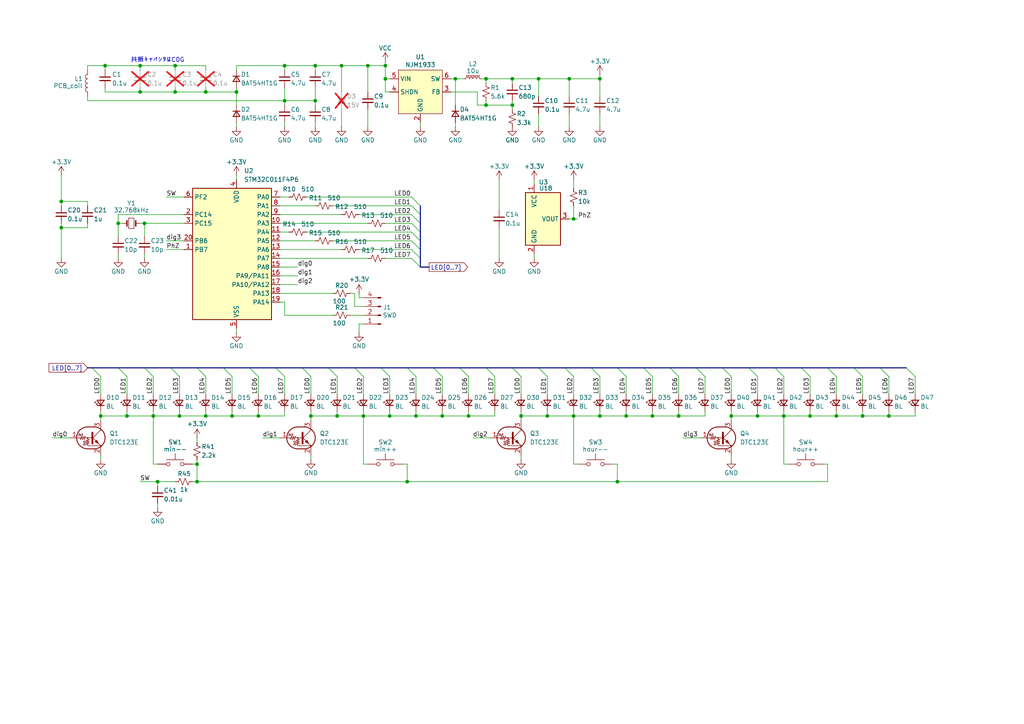
<source format=kicad_sch>
(kicad_sch (version 20231120) (generator "eeschema") (generator_version "8.0")
  (paper "A4")
  (title_block (title "POV") (date "2024-10-07") (rev "v011") (company "EMLauncher"))
  (lib_symbols
    (symbol "Connector:Conn_01x04_Pin" (pin_names (offset 1.016) hide)
      (property "Reference" "J" (at 0 5.08 0))
      (property "Value" "Conn_01x04_Pin" (at 0 -7.62 0))
      (symbol "Conn_01x04_Pin_1_1"
        (pin passive line (at 5.08 2.54 180) (length 3.81) (name "Pin_1") (number "1"))
        (pin passive line (at 5.08 0 180) (length 3.81) (name "Pin_2") (number "2"))
        (pin passive line (at 5.08 -2.54 180) (length 3.81) (name "Pin_3") (number "3"))
        (pin passive line (at 5.08 -5.08 180) (length 3.81) (name "Pin_4") (number "4"))
      )
    )
    (symbol "Device:C_Small" (pin_numbers hide) (pin_names (offset 0.254) hide)
      (property "Reference" "C" (at 0.254 1.778 0))
      (property "Value" "C_Small" (at 0.254 -2.032 0))
      (symbol "C_Small_1_1"
        (pin passive line (at 0 2.54 270) (length 2.032) (name "~") (number "1"))
        (pin passive line (at 0 -2.54 90) (length 2.032) (name "~") (number "2"))
      )
    )
    (symbol "Device:Crystal_Small" (pin_numbers hide) (pin_names (offset 1.016) hide)
      (property "Reference" "Y" (at 0 2.54 0))
      (property "Value" "Crystal_Small" (at 0 -2.54 0))
      (symbol "Crystal_Small_1_1"
        (pin passive line (at -2.54 0 0) (length 1.27) (name "1") (number "1"))
        (pin passive line (at 2.54 0 180) (length 1.27) (name "2") (number "2"))
      )
    )
    (symbol "Device:D_Small" (pin_numbers hide) (pin_names (offset 0.254) hide)
      (property "Reference" "D" (at -1.27 2.032 0))
      (property "Value" "D_Small" (at -3.81 -2.032 0))
      (symbol "D_Small_1_1"
        (pin passive line (at -2.54 0 0) (length 1.778) (name "K") (number "1"))
        (pin passive line (at 2.54 0 180) (length 1.778) (name "A") (number "2"))
      )
    )
    (symbol "Device:D_Zener_Small" (pin_numbers hide) (pin_names (offset 0.254) hide)
      (property "Reference" "D" (at 0 2.286 0))
      (property "Value" "D_Zener_Small" (at 0 -2.286 0))
      (symbol "D_Zener_Small_1_1"
        (pin passive line (at -2.54 0 0) (length 1.778) (name "K") (number "1"))
        (pin passive line (at 2.54 0 180) (length 1.778) (name "A") (number "2"))
      )
    )
    (symbol "Device:L" (pin_numbers hide) (pin_names (offset 1.016) hide)
      (property "Reference" "L" (at -1.27 0 90))
      (property "Value" "L" (at 1.905 0 90))
      (symbol "L_1_1"
        (pin passive line (at 0 3.81 270) (length 1.27) (name "1") (number "1"))
        (pin passive line (at 0 -3.81 90) (length 1.27) (name "2") (number "2"))
      )
    )
    (symbol "Device:LED_Small" (pin_numbers hide) (pin_names (offset 0.254) hide)
      (property "Reference" "D" (at -1.27 3.175 0))
      (property "Value" "LED_Small" (at -4.445 -2.54 0))
      (symbol "LED_Small_1_1"
        (pin passive line (at -2.54 0 0) (length 1.778) (name "K") (number "1"))
        (pin passive line (at 2.54 0 180) (length 1.778) (name "A") (number "2"))
      )
    )
    (symbol "Device:L_Ferrite_Small" (pin_numbers hide) (pin_names (offset 0.254) hide)
      (property "Reference" "L" (at 1.27 1.016 0))
      (property "Value" "L_Ferrite_Small" (at 1.27 -1.27 0))
      (symbol "L_Ferrite_Small_1_1"
        (pin passive line (at 0 2.54 270) (length 0.508) (name "~") (number "1"))
        (pin passive line (at 0 -2.54 90) (length 0.508) (name "~") (number "2"))
      )
    )
    (symbol "Device:R_Small_US" (pin_numbers hide) (pin_names (offset 0.254) hide)
      (property "Reference" "R" (at 0.762 0.508 0))
      (property "Value" "R_Small_US" (at 0.762 -1.016 0))
      (symbol "R_Small_US_1_1"
        (pin passive line (at 0 2.54 270) (length 1.016) (name "~") (number "1"))
        (pin passive line (at 0 -2.54 90) (length 1.016) (name "~") (number "2"))
      )
    )
    (symbol "MCU_ST_STM32C0:STM32C011F4Px"
      (property "Reference" "U" (at -10.16 21.59 0))
      (property "Value" "STM32C011F4Px" (at 5.08 21.59 0))
      (symbol "STM32C011F4Px_1_1"
        (pin bidirectional line (at -12.7 2.54 0) (length 2.54) (name "PB7") (number "1"))
        (pin bidirectional line (at 15.24 10.16 180) (length 2.54) (name "PA3") (number "10"))
        (pin bidirectional line (at 15.24 7.62 180) (length 2.54) (name "PA4") (number "11"))
        (pin bidirectional line (at 15.24 5.08 180) (length 2.54) (name "PA5") (number "12"))
        (pin bidirectional line (at 15.24 2.54 180) (length 2.54) (name "PA6") (number "13"))
        (pin bidirectional line (at 15.24 0 180) (length 2.54) (name "PA7") (number "14"))
        (pin bidirectional line (at 15.24 -2.54 180) (length 2.54) (name "PA8") (number "15"))
        (pin bidirectional line (at 15.24 -5.08 180) (length 2.54) (name "PA9/PA11") (number "16"))
        (pin bidirectional line (at 15.24 -7.62 180) (length 2.54) (name "PA10/PA12") (number "17"))
        (pin bidirectional line (at 15.24 -10.16 180) (length 2.54) (name "PA13") (number "18"))
        (pin bidirectional line (at 15.24 -12.7 180) (length 2.54) (name "PA14") (number "19"))
        (pin bidirectional line (at -12.7 12.7 0) (length 2.54) (name "PC14") (number "2"))
        (pin bidirectional line (at -12.7 5.08 0) (length 2.54) (name "PB6") (number "20"))
        (pin bidirectional line (at -12.7 10.16 0) (length 2.54) (name "PC15") (number "3"))
        (pin power_in line (at 2.54 22.86 270) (length 2.54) (name "VDD") (number "4"))
        (pin power_in line (at 2.54 -20.32 90) (length 2.54) (name "VSS") (number "5"))
        (pin bidirectional line (at -12.7 17.78 0) (length 2.54) (name "PF2") (number "6"))
        (pin bidirectional line (at 15.24 17.78 180) (length 2.54) (name "PA0") (number "7"))
        (pin bidirectional line (at 15.24 15.24 180) (length 2.54) (name "PA1") (number "8"))
        (pin bidirectional line (at 15.24 12.7 180) (length 2.54) (name "PA2") (number "9"))
      )
    )
    (symbol "Sensor_Magnetic:A1301EUA-T"
      (property "Reference" "U" (at 0 11.43 0))
      (property "Value" "A1301EUA-T" (at 0 8.89 0))
      (symbol "A1301EUA-T_1_1"
        (pin power_in line (at -2.54 10.16 270) (length 2.54) (name "VCC") (number "1"))
        (pin power_in line (at -2.54 -10.16 90) (length 2.54) (name "GND") (number "2"))
        (pin output line (at 7.62 0 180) (length 2.54) (name "VOUT") (number "3"))
      )
    )
    (symbol "Switch:SW_Push" (pin_numbers hide) (pin_names (offset 1.016) hide)
      (property "Reference" "SW" (at 1.27 2.54 0))
      (property "Value" "SW_Push" (at 0 -1.524 0))
      (symbol "SW_Push_0_1"
        (pin passive line (at -5.08 0 0) (length 2.54) (name "1") (number "1"))
        (pin passive line (at 5.08 0 180) (length 2.54) (name "2") (number "2"))
      )
    )
    (symbol "Transistor_BJT:DTC123E" (pin_names (offset 0) hide)
      (property "Reference" "Q" (at 5.08 1.905 0))
      (property "Value" "DTC123E" (at 5.08 0 0))
      (symbol "DTC123E_0_0"
        (text "2k2" (at -3.302 0.889 0) (effects (font (size 0.508 0.508))))
        (text "2k2" (at -2.159 -1.524 900) (effects (font (size 0.508 0.508))))
      )
      (symbol "DTC123E_1_1"
        (pin input line (at -6.35 0 0) (length 2.54) (name "B") (number "1"))
        (pin passive line (at 2.54 -5.08 90) (length 2.54) (name "E") (number "2"))
        (pin passive line (at 2.54 5.08 270) (length 2.54) (name "C") (number "3"))
      )
    )
    (symbol "mySymbols:NJW1933"
      (property "Reference" "U" (at 0 9.398 0))
      (property "Value" "NJM1933" (at 0.254 7.366 0))
      (symbol "NJW1933_1_1"
        (pin no_connect line (at -8.89 -3.81 0) (length 2.54) hide (name "NC") (number "1"))
        (pin power_in line (at 0 -8.89 90) (length 2.54) (name "GND") (number "2"))
        (pin input line (at 8.89 0 180) (length 2.54) (name "FB") (number "3"))
        (pin input line (at -8.89 0 0) (length 2.54) (name "SHDN") (number "4"))
        (pin power_in line (at -8.89 3.81 0) (length 2.54) (name "VIN") (number "5"))
        (pin open_emitter line (at 8.89 3.81 180) (length 2.54) (name "SW") (number "6"))
      )
    )
    (symbol "power:+3.3V" (power) (pin_numbers hide) (pin_names (offset 0) hide)
      (property "Value" "+3.3V" (at 0 3.556 0))
      (symbol "+3.3V_1_1"
        (pin power_in line (at 0 0 90) (length 0) (name "~") (number "1"))
      )
    )
    (symbol "power:GND" (power) (pin_numbers hide) (pin_names (offset 0) hide)
      (property "Value" "GND" (at 0 -3.81 0))
      (symbol "GND_1_1"
        (pin power_in line (at 0 0 270) (length 0) (name "~") (number "1"))
      )
    )
    (symbol "power:PWR_FLAG" (power) (pin_numbers hide) (pin_names (offset 0) hide)
      (property "Value" "PWR_FLAG" (at 0 3.81 0))
      (symbol "PWR_FLAG_0_0"
        (pin power_out line (at 0 0 90) (length 0) (name "~") (number "1"))
      )
    )
    (symbol "power:VCC" (power) (pin_numbers hide) (pin_names (offset 0) hide)
      (property "Value" "VCC" (at 0 3.556 0))
      (symbol "VCC_1_1"
        (pin power_in line (at 0 0 90) (length 0) (name "~") (number "1"))
      )
    )
  )
  (junction (at 50.8 26.67))
  (junction (at 158.75 120.65))
  (junction (at 68.58 26.67))
  (junction (at 59.69 120.65))
  (junction (at 50.8 19.05))
  (junction (at 57.15 139.7))
  (junction (at 82.55 19.05))
  (junction (at 250.19 120.65))
  (junction (at 181.61 120.65))
  (junction (at 36.83 120.65))
  (junction (at 106.68 19.05))
  (junction (at 111.76 19.05))
  (junction (at 166.37 120.65))
  (junction (at 128.27 120.65))
  (junction (at 173.99 22.86))
  (junction (at 242.57 120.65))
  (junction (at 219.71 120.65))
  (junction (at 165.1 22.86))
  (junction (at 57.15 134.62))
  (junction (at 99.06 19.05))
  (junction (at 135.89 120.65))
  (junction (at 148.59 22.86))
  (junction (at 30.48 19.05))
  (junction (at 151.13 120.65))
  (junction (at 97.79 120.65))
  (junction (at 82.55 29.21))
  (junction (at 91.44 29.21))
  (junction (at 67.31 120.65))
  (junction (at 52.07 120.65))
  (junction (at 173.99 120.65))
  (junction (at 17.78 58.42))
  (junction (at 234.95 120.65))
  (junction (at 156.21 22.86))
  (junction (at 90.17 120.65))
  (junction (at 148.59 30.48))
  (junction (at 105.41 120.65))
  (junction (at 212.09 120.65))
  (junction (at 40.64 26.67))
  (junction (at 120.65 120.65))
  (junction (at 140.97 22.86))
  (junction (at 41.91 64.77))
  (junction (at 113.03 120.65))
  (junction (at 17.78 66.04))
  (junction (at 227.33 120.65))
  (junction (at 74.93 120.65))
  (junction (at 40.64 19.05))
  (junction (at 257.81 120.65))
  (junction (at 179.07 139.7))
  (junction (at 196.85 120.65))
  (junction (at 44.45 120.65))
  (junction (at 132.08 22.86))
  (junction (at 166.37 63.5))
  (junction (at 118.11 139.7))
  (junction (at 111.76 22.86))
  (junction (at 59.69 26.67))
  (junction (at 140.97 30.48))
  (junction (at 45.72 139.7))
  (junction (at 189.23 120.65))
  (junction (at 29.21 120.65))
  (junction (at 34.29 64.77))
  (junction (at 91.44 19.05))
  (bus_entry (at 240.03 106.68) (size 2.54 2.54))
  (bus_entry (at 224.79 106.68) (size 2.54 2.54))
  (bus_entry (at 64.77 106.68) (size 2.54 2.54))
  (bus_entry (at 255.27 106.68) (size 2.54 2.54))
  (bus_entry (at 41.91 106.68) (size 2.54 2.54))
  (bus_entry (at 179.07 106.68) (size 2.54 2.54))
  (bus_entry (at 102.87 106.68) (size 2.54 2.54))
  (bus_entry (at 133.35 106.68) (size 2.54 2.54))
  (bus_entry (at 72.39 106.68) (size 2.54 2.54))
  (bus_entry (at 186.69 106.68) (size 2.54 2.54))
  (bus_entry (at 118.11 106.68) (size 2.54 2.54))
  (bus_entry (at 87.63 106.68) (size 2.54 2.54))
  (bus_entry (at 49.53 106.68) (size 2.54 2.54))
  (bus_entry (at 125.73 106.68) (size 2.54 2.54))
  (bus_entry (at 34.29 106.68) (size 2.54 2.54))
  (bus_entry (at 148.59 106.68) (size 2.54 2.54))
  (bus_entry (at 232.41 106.68) (size 2.54 2.54))
  (bus_entry (at 194.31 106.68) (size 2.54 2.54))
  (bus_entry (at 119.38 57.15) (size 2.54 2.54))
  (bus_entry (at 110.49 106.68) (size 2.54 2.54))
  (bus_entry (at 262.89 106.68) (size 2.54 2.54))
  (bus_entry (at 247.65 106.68) (size 2.54 2.54))
  (bus_entry (at 156.21 106.68) (size 2.54 2.54))
  (bus_entry (at 95.25 106.68) (size 2.54 2.54))
  (bus_entry (at 119.38 62.23) (size 2.54 2.54))
  (bus_entry (at 209.55 106.68) (size 2.54 2.54))
  (bus_entry (at 119.38 64.77) (size 2.54 2.54))
  (bus_entry (at 119.38 59.69) (size 2.54 2.54))
  (bus_entry (at 119.38 74.93) (size 2.54 2.54))
  (bus_entry (at 57.15 106.68) (size 2.54 2.54))
  (bus_entry (at 201.93 106.68) (size 2.54 2.54))
  (bus_entry (at 26.67 106.68) (size 2.54 2.54))
  (bus_entry (at 140.97 106.68) (size 2.54 2.54))
  (bus_entry (at 171.45 106.68) (size 2.54 2.54))
  (bus_entry (at 80.01 106.68) (size 2.54 2.54))
  (bus_entry (at 119.38 72.39) (size 2.54 2.54))
  (bus_entry (at 119.38 69.85) (size 2.54 2.54))
  (bus_entry (at 119.38 67.31) (size 2.54 2.54))
  (bus_entry (at 217.17 106.68) (size 2.54 2.54))
  (bus_entry (at 163.83 106.68) (size 2.54 2.54))
  (bus (pts (xy 57.15 106.68) (xy 64.77 106.68)))
  (wire (pts (xy 40.64 19.05) (xy 50.8 19.05)))
  (wire (pts (xy 111.76 22.86) (xy 111.76 26.67)))
  (wire (pts (xy 173.99 119.38) (xy 173.99 120.65)))
  (wire (pts (xy 74.93 120.65) (xy 82.55 120.65)))
  (bus (pts (xy 240.03 106.68) (xy 247.65 106.68)))
  (wire (pts (xy 144.78 52.07) (xy 144.78 60.96)))
  (wire (pts (xy 99.06 19.05) (xy 106.68 19.05)))
  (wire (pts (xy 82.55 35.56) (xy 82.55 36.83)))
  (wire (pts (xy 40.64 26.67) (xy 50.8 26.67)))
  (wire (pts (xy 96.52 69.85) (xy 119.38 69.85)))
  (wire (pts (xy 25.4 58.42) (xy 17.78 58.42)))
  (wire (pts (xy 138.43 30.48) (xy 140.97 30.48)))
  (wire (pts (xy 143.51 109.22) (xy 143.51 114.3)))
  (wire (pts (xy 166.37 120.65) (xy 173.99 120.65)))
  (bus (pts (xy 179.07 106.68) (xy 186.69 106.68)))
  (wire (pts (xy 59.69 26.67) (xy 68.58 26.67)))
  (wire (pts (xy 143.51 119.38) (xy 143.51 120.65)))
  (wire (pts (xy 198.12 127) (xy 203.2 127)))
  (wire (pts (xy 105.41 93.98) (xy 104.14 93.98)))
  (wire (pts (xy 82.55 19.05) (xy 82.55 20.32)))
  (wire (pts (xy 82.55 91.44) (xy 82.55 87.63)))
  (wire (pts (xy 50.8 19.05) (xy 59.69 19.05)))
  (bus (pts (xy 163.83 106.68) (xy 171.45 106.68)))
  (bus (pts (xy 125.73 106.68) (xy 133.35 106.68)))
  (wire (pts (xy 17.78 66.04) (xy 17.78 74.93)))
  (wire (pts (xy 30.48 19.05) (xy 30.48 20.32)))
  (wire (pts (xy 132.08 35.56) (xy 132.08 36.83)))
  (wire (pts (xy 35.56 64.77) (xy 34.29 64.77)))
  (wire (pts (xy 25.4 19.05) (xy 25.4 20.32)))
  (wire (pts (xy 120.65 109.22) (xy 120.65 114.3)))
  (wire (pts (xy 81.28 77.47) (xy 86.36 77.47)))
  (wire (pts (xy 212.09 119.38) (xy 212.09 120.65)))
  (bus (pts (xy 110.49 106.68) (xy 118.11 106.68)))
  (wire (pts (xy 30.48 25.4) (xy 30.48 26.67)))
  (wire (pts (xy 97.79 109.22) (xy 97.79 114.3)))
  (wire (pts (xy 113.03 120.65) (xy 120.65 120.65)))
  (wire (pts (xy 181.61 120.65) (xy 189.23 120.65)))
  (wire (pts (xy 151.13 109.22) (xy 151.13 114.3)))
  (wire (pts (xy 204.47 109.22) (xy 204.47 114.3)))
  (bus (pts (xy 121.92 59.69) (xy 121.92 62.23)))
  (wire (pts (xy 120.65 120.65) (xy 128.27 120.65)))
  (wire (pts (xy 90.17 132.08) (xy 90.17 133.35)))
  (wire (pts (xy 59.69 25.4) (xy 59.69 26.67)))
  (wire (pts (xy 148.59 29.21) (xy 148.59 30.48)))
  (wire (pts (xy 166.37 52.07) (xy 166.37 54.61)))
  (wire (pts (xy 81.28 72.39) (xy 99.06 72.39)))
  (bus (pts (xy 232.41 106.68) (xy 240.03 106.68)))
  (wire (pts (xy 196.85 109.22) (xy 196.85 114.3)))
  (wire (pts (xy 90.17 120.65) (xy 90.17 121.92)))
  (wire (pts (xy 166.37 120.65) (xy 166.37 134.62)))
  (wire (pts (xy 118.11 139.7) (xy 57.15 139.7)))
  (wire (pts (xy 41.91 73.66) (xy 41.91 74.93)))
  (wire (pts (xy 227.33 134.62) (xy 228.6 134.62)))
  (wire (pts (xy 90.17 120.65) (xy 97.79 120.65)))
  (wire (pts (xy 189.23 120.65) (xy 196.85 120.65)))
  (wire (pts (xy 116.84 134.62) (xy 118.11 134.62)))
  (wire (pts (xy 53.34 62.23) (xy 34.29 62.23)))
  (wire (pts (xy 189.23 119.38) (xy 189.23 120.65)))
  (wire (pts (xy 41.91 64.77) (xy 53.34 64.77)))
  (wire (pts (xy 81.28 80.01) (xy 86.36 80.01)))
  (wire (pts (xy 48.26 69.85) (xy 53.34 69.85)))
  (wire (pts (xy 250.19 120.65) (xy 257.81 120.65)))
  (wire (pts (xy 82.55 91.44) (xy 96.52 91.44)))
  (wire (pts (xy 212.09 120.65) (xy 219.71 120.65)))
  (wire (pts (xy 91.44 29.21) (xy 91.44 30.48)))
  (bus (pts (xy 209.55 106.68) (xy 217.17 106.68)))
  (wire (pts (xy 68.58 26.67) (xy 68.58 30.48)))
  (bus (pts (xy 121.92 77.47) (xy 124.46 77.47)))
  (wire (pts (xy 204.47 119.38) (xy 204.47 120.65)))
  (wire (pts (xy 74.93 109.22) (xy 74.93 114.3)))
  (bus (pts (xy 26.67 106.68) (xy 34.29 106.68)))
  (wire (pts (xy 166.37 63.5) (xy 165.1 63.5)))
  (wire (pts (xy 57.15 139.7) (xy 57.15 134.62)))
  (wire (pts (xy 67.31 120.65) (xy 74.93 120.65)))
  (bus (pts (xy 121.92 72.39) (xy 121.92 74.93)))
  (wire (pts (xy 111.76 22.86) (xy 113.03 22.86)))
  (wire (pts (xy 177.8 134.62) (xy 179.07 134.62)))
  (wire (pts (xy 15.24 127) (xy 20.32 127)))
  (wire (pts (xy 81.28 62.23) (xy 99.06 62.23)))
  (wire (pts (xy 44.45 134.62) (xy 45.72 134.62)))
  (wire (pts (xy 106.68 19.05) (xy 111.76 19.05)))
  (wire (pts (xy 48.26 57.15) (xy 53.34 57.15)))
  (wire (pts (xy 212.09 109.22) (xy 212.09 114.3)))
  (wire (pts (xy 212.09 120.65) (xy 212.09 121.92)))
  (wire (pts (xy 96.52 59.69) (xy 119.38 59.69)))
  (wire (pts (xy 34.29 73.66) (xy 34.29 74.93)))
  (wire (pts (xy 44.45 120.65) (xy 52.07 120.65)))
  (wire (pts (xy 30.48 19.05) (xy 40.64 19.05)))
  (wire (pts (xy 90.17 119.38) (xy 90.17 120.65)))
  (wire (pts (xy 212.09 132.08) (xy 212.09 133.35)))
  (wire (pts (xy 48.26 72.39) (xy 53.34 72.39)))
  (bus (pts (xy 255.27 106.68) (xy 262.89 106.68)))
  (wire (pts (xy 40.64 139.7) (xy 45.72 139.7)))
  (bus (pts (xy 87.63 106.68) (xy 95.25 106.68)))
  (wire (pts (xy 52.07 120.65) (xy 59.69 120.65)))
  (wire (pts (xy 166.37 109.22) (xy 166.37 114.3)))
  (wire (pts (xy 25.4 29.21) (xy 82.55 29.21)))
  (wire (pts (xy 81.28 69.85) (xy 91.44 69.85)))
  (wire (pts (xy 50.8 26.67) (xy 59.69 26.67)))
  (wire (pts (xy 36.83 109.22) (xy 36.83 114.3)))
  (wire (pts (xy 99.06 19.05) (xy 99.06 26.67)))
  (wire (pts (xy 104.14 86.36) (xy 105.41 86.36)))
  (wire (pts (xy 81.28 85.09) (xy 96.52 85.09)))
  (wire (pts (xy 227.33 120.65) (xy 234.95 120.65)))
  (wire (pts (xy 139.7 22.86) (xy 140.97 22.86)))
  (wire (pts (xy 130.81 26.67) (xy 138.43 26.67)))
  (wire (pts (xy 105.41 120.65) (xy 105.41 134.62)))
  (wire (pts (xy 102.87 88.9) (xy 105.41 88.9)))
  (wire (pts (xy 106.68 31.75) (xy 106.68 36.83)))
  (wire (pts (xy 154.94 73.66) (xy 154.94 74.93)))
  (wire (pts (xy 227.33 109.22) (xy 227.33 114.3)))
  (bus (pts (xy 194.31 106.68) (xy 201.93 106.68)))
  (wire (pts (xy 101.6 91.44) (xy 105.41 91.44)))
  (wire (pts (xy 91.44 19.05) (xy 91.44 20.32)))
  (wire (pts (xy 102.87 85.09) (xy 102.87 88.9)))
  (bus (pts (xy 121.92 64.77) (xy 121.92 67.31)))
  (wire (pts (xy 34.29 64.77) (xy 34.29 68.58)))
  (bus (pts (xy 201.93 106.68) (xy 209.55 106.68)))
  (wire (pts (xy 128.27 119.38) (xy 128.27 120.65)))
  (bus (pts (xy 217.17 106.68) (xy 224.79 106.68)))
  (wire (pts (xy 68.58 50.8) (xy 68.58 52.07)))
  (wire (pts (xy 97.79 120.65) (xy 105.41 120.65)))
  (wire (pts (xy 240.03 134.62) (xy 240.03 139.7)))
  (wire (pts (xy 82.55 119.38) (xy 82.55 120.65)))
  (wire (pts (xy 68.58 20.32) (xy 68.58 19.05)))
  (wire (pts (xy 44.45 120.65) (xy 44.45 134.62)))
  (wire (pts (xy 90.17 109.22) (xy 90.17 114.3)))
  (wire (pts (xy 104.14 85.09) (xy 104.14 86.36)))
  (bus (pts (xy 247.65 106.68) (xy 255.27 106.68)))
  (wire (pts (xy 135.89 119.38) (xy 135.89 120.65)))
  (wire (pts (xy 173.99 22.86) (xy 173.99 27.94)))
  (bus (pts (xy 25.4 106.68) (xy 26.67 106.68)))
  (wire (pts (xy 156.21 22.86) (xy 156.21 27.94)))
  (wire (pts (xy 132.08 22.86) (xy 134.62 22.86)))
  (wire (pts (xy 151.13 120.65) (xy 158.75 120.65)))
  (wire (pts (xy 105.41 109.22) (xy 105.41 114.3)))
  (wire (pts (xy 111.76 19.05) (xy 111.76 22.86)))
  (wire (pts (xy 219.71 119.38) (xy 219.71 120.65)))
  (wire (pts (xy 82.55 29.21) (xy 91.44 29.21)))
  (wire (pts (xy 111.76 74.93) (xy 119.38 74.93)))
  (wire (pts (xy 91.44 19.05) (xy 99.06 19.05)))
  (wire (pts (xy 17.78 58.42) (xy 17.78 59.69)))
  (wire (pts (xy 166.37 134.62) (xy 167.64 134.62)))
  (wire (pts (xy 55.88 139.7) (xy 57.15 139.7)))
  (wire (pts (xy 59.69 19.05) (xy 59.69 20.32)))
  (wire (pts (xy 240.03 139.7) (xy 179.07 139.7)))
  (wire (pts (xy 193.04 -11.43) (xy 193.04 -10.16)))
  (wire (pts (xy 45.72 146.05) (xy 45.72 147.32)))
  (bus (pts (xy 41.91 106.68) (xy 49.53 106.68)))
  (wire (pts (xy 82.55 109.22) (xy 82.55 114.3)))
  (wire (pts (xy 36.83 119.38) (xy 36.83 120.65)))
  (bus (pts (xy 121.92 69.85) (xy 121.92 72.39)))
  (wire (pts (xy 29.21 120.65) (xy 29.21 121.92)))
  (wire (pts (xy 173.99 109.22) (xy 173.99 114.3)))
  (wire (pts (xy 17.78 64.77) (xy 17.78 66.04)))
  (wire (pts (xy 91.44 25.4) (xy 91.44 29.21)))
  (wire (pts (xy 140.97 22.86) (xy 140.97 24.13)))
  (wire (pts (xy 104.14 72.39) (xy 119.38 72.39)))
  (wire (pts (xy 257.81 119.38) (xy 257.81 120.65)))
  (wire (pts (xy 101.6 85.09) (xy 102.87 85.09)))
  (wire (pts (xy 140.97 29.21) (xy 140.97 30.48)))
  (wire (pts (xy 181.61 109.22) (xy 181.61 114.3)))
  (wire (pts (xy 180.34 -11.43) (xy 180.34 -10.16)))
  (wire (pts (xy 242.57 109.22) (xy 242.57 114.3)))
  (wire (pts (xy 156.21 33.02) (xy 156.21 36.83)))
  (wire (pts (xy 265.43 109.22) (xy 265.43 114.3)))
  (wire (pts (xy 128.27 120.65) (xy 135.89 120.65)))
  (wire (pts (xy 88.9 67.31) (xy 119.38 67.31)))
  (wire (pts (xy 148.59 30.48) (xy 148.59 31.75)))
  (bus (pts (xy 121.92 74.93) (xy 121.92 77.47)))
  (bus (pts (xy 34.29 106.68) (xy 41.91 106.68)))
  (wire (pts (xy 36.83 120.65) (xy 44.45 120.65)))
  (wire (pts (xy 67.31 119.38) (xy 67.31 120.65)))
  (wire (pts (xy 81.28 74.93) (xy 106.68 74.93)))
  (bus (pts (xy 148.59 106.68) (xy 156.21 106.68)))
  (wire (pts (xy 91.44 35.56) (xy 91.44 36.83)))
  (wire (pts (xy 82.55 19.05) (xy 91.44 19.05)))
  (wire (pts (xy 151.13 132.08) (xy 151.13 133.35)))
  (wire (pts (xy 40.64 19.05) (xy 40.64 20.32)))
  (wire (pts (xy 219.71 109.22) (xy 219.71 114.3)))
  (wire (pts (xy 113.03 109.22) (xy 113.03 114.3)))
  (wire (pts (xy 189.23 109.22) (xy 189.23 114.3)))
  (wire (pts (xy 166.37 119.38) (xy 166.37 120.65)))
  (wire (pts (xy 68.58 95.25) (xy 68.58 96.52)))
  (wire (pts (xy 41.91 64.77) (xy 41.91 68.58)))
  (wire (pts (xy 113.03 119.38) (xy 113.03 120.65)))
  (wire (pts (xy 52.07 119.38) (xy 52.07 120.65)))
  (wire (pts (xy 44.45 119.38) (xy 44.45 120.65)))
  (wire (pts (xy 82.55 87.63) (xy 81.28 87.63)))
  (wire (pts (xy 234.95 109.22) (xy 234.95 114.3)))
  (wire (pts (xy 29.21 119.38) (xy 29.21 120.65)))
  (wire (pts (xy 30.48 19.05) (xy 25.4 19.05)))
  (wire (pts (xy 135.89 120.65) (xy 143.51 120.65)))
  (wire (pts (xy 81.28 82.55) (xy 86.36 82.55)))
  (wire (pts (xy 179.07 139.7) (xy 179.07 134.62)))
  (wire (pts (xy 158.75 109.22) (xy 158.75 114.3)))
  (bus (pts (xy 224.79 106.68) (xy 232.41 106.68)))
  (bus (pts (xy 80.01 106.68) (xy 87.63 106.68)))
  (wire (pts (xy 68.58 25.4) (xy 68.58 26.67)))
  (bus (pts (xy 49.53 106.68) (xy 57.15 106.68)))
  (wire (pts (xy 257.81 120.65) (xy 265.43 120.65)))
  (wire (pts (xy 50.8 25.4) (xy 50.8 26.67)))
  (wire (pts (xy 30.48 26.67) (xy 40.64 26.67)))
  (wire (pts (xy 165.1 33.02) (xy 165.1 36.83)))
  (wire (pts (xy 166.37 63.5) (xy 167.64 63.5)))
  (bus (pts (xy 171.45 106.68) (xy 179.07 106.68)))
  (wire (pts (xy 81.28 59.69) (xy 91.44 59.69)))
  (wire (pts (xy 111.76 64.77) (xy 119.38 64.77)))
  (wire (pts (xy 148.59 22.86) (xy 156.21 22.86)))
  (wire (pts (xy 29.21 120.65) (xy 36.83 120.65)))
  (wire (pts (xy 250.19 119.38) (xy 250.19 120.65)))
  (wire (pts (xy 111.76 17.78) (xy 111.76 19.05)))
  (wire (pts (xy 173.99 21.59) (xy 173.99 22.86)))
  (wire (pts (xy 140.97 22.86) (xy 148.59 22.86)))
  (wire (pts (xy 81.28 57.15) (xy 83.82 57.15)))
  (wire (pts (xy 151.13 119.38) (xy 151.13 120.65)))
  (wire (pts (xy 104.14 62.23) (xy 119.38 62.23)))
  (wire (pts (xy 250.19 109.22) (xy 250.19 114.3)))
  (wire (pts (xy 50.8 19.05) (xy 50.8 20.32)))
  (wire (pts (xy 105.41 119.38) (xy 105.41 120.65)))
  (bus (pts (xy 121.92 62.23) (xy 121.92 64.77)))
  (wire (pts (xy 238.76 134.62) (xy 240.03 134.62)))
  (bus (pts (xy 95.25 106.68) (xy 102.87 106.68)))
  (wire (pts (xy 34.29 62.23) (xy 34.29 64.77)))
  (wire (pts (xy 144.78 74.93) (xy 144.78 66.04)))
  (wire (pts (xy 154.94 52.07) (xy 154.94 53.34)))
  (wire (pts (xy 40.64 64.77) (xy 41.91 64.77)))
  (wire (pts (xy 25.4 59.69) (xy 25.4 58.42)))
  (wire (pts (xy 25.4 27.94) (xy 25.4 29.21)))
  (wire (pts (xy 173.99 120.65) (xy 181.61 120.65)))
  (wire (pts (xy 111.76 26.67) (xy 113.03 26.67)))
  (wire (pts (xy 29.21 132.08) (xy 29.21 133.35)))
  (wire (pts (xy 55.88 134.62) (xy 57.15 134.62)))
  (bus (pts (xy 186.69 106.68) (xy 194.31 106.68)))
  (bus (pts (xy 72.39 106.68) (xy 80.01 106.68)))
  (bus (pts (xy 156.21 106.68) (xy 163.83 106.68)))
  (wire (pts (xy 227.33 120.65) (xy 227.33 134.62)))
  (wire (pts (xy 52.07 109.22) (xy 52.07 114.3)))
  (wire (pts (xy 105.41 134.62) (xy 106.68 134.62)))
  (wire (pts (xy 186.69 -11.43) (xy 186.69 -10.16)))
  (wire (pts (xy 82.55 29.21) (xy 82.55 30.48)))
  (bus (pts (xy 121.92 67.31) (xy 121.92 69.85)))
  (wire (pts (xy 81.28 67.31) (xy 83.82 67.31)))
  (wire (pts (xy 17.78 50.8) (xy 17.78 58.42)))
  (wire (pts (xy 135.89 109.22) (xy 135.89 114.3)))
  (wire (pts (xy 265.43 119.38) (xy 265.43 120.65)))
  (wire (pts (xy 99.06 31.75) (xy 99.06 36.83)))
  (wire (pts (xy 45.72 139.7) (xy 45.72 140.97)))
  (wire (pts (xy 257.81 109.22) (xy 257.81 114.3)))
  (wire (pts (xy 234.95 119.38) (xy 234.95 120.65)))
  (wire (pts (xy 120.65 119.38) (xy 120.65 120.65)))
  (wire (pts (xy 29.21 109.22) (xy 29.21 114.3)))
  (wire (pts (xy 59.69 109.22) (xy 59.69 114.3)))
  (wire (pts (xy 25.4 66.04) (xy 25.4 64.77)))
  (wire (pts (xy 242.57 119.38) (xy 242.57 120.65)))
  (wire (pts (xy 67.31 109.22) (xy 67.31 114.3)))
  (wire (pts (xy 76.2 127) (xy 81.28 127)))
  (wire (pts (xy 59.69 120.65) (xy 67.31 120.65)))
  (wire (pts (xy 151.13 120.65) (xy 151.13 121.92)))
  (wire (pts (xy 44.45 109.22) (xy 44.45 114.3)))
  (wire (pts (xy 158.75 119.38) (xy 158.75 120.65)))
  (wire (pts (xy 219.71 120.65) (xy 227.33 120.65)))
  (wire (pts (xy 17.78 66.04) (xy 25.4 66.04)))
  (wire (pts (xy 242.57 120.65) (xy 250.19 120.65)))
  (wire (pts (xy 156.21 22.86) (xy 165.1 22.86)))
  (wire (pts (xy 148.59 30.48) (xy 140.97 30.48)))
  (bus (pts (xy 102.87 106.68) (xy 110.49 106.68)))
  (wire (pts (xy 40.64 25.4) (xy 40.64 26.67)))
  (wire (pts (xy 179.07 139.7) (xy 118.11 139.7)))
  (wire (pts (xy 68.58 19.05) (xy 82.55 19.05)))
  (wire (pts (xy 74.93 119.38) (xy 74.93 120.65)))
  (wire (pts (xy 57.15 127) (xy 57.15 128.27)))
  (wire (pts (xy 68.58 35.56) (xy 68.58 36.83)))
  (wire (pts (xy 132.08 22.86) (xy 132.08 30.48)))
  (wire (pts (xy 227.33 119.38) (xy 227.33 120.65)))
  (wire (pts (xy 138.43 26.67) (xy 138.43 30.48)))
  (wire (pts (xy 88.9 57.15) (xy 119.38 57.15)))
  (wire (pts (xy 196.85 120.65) (xy 204.47 120.65)))
  (wire (pts (xy 181.61 119.38) (xy 181.61 120.65)))
  (wire (pts (xy 97.79 119.38) (xy 97.79 120.65)))
  (wire (pts (xy 118.11 139.7) (xy 118.11 134.62)))
  (wire (pts (xy 166.37 59.69) (xy 166.37 63.5)))
  (wire (pts (xy 173.99 33.02) (xy 173.99 36.83)))
  (wire (pts (xy 45.72 139.7) (xy 50.8 139.7)))
  (wire (pts (xy 57.15 133.35) (xy 57.15 134.62)))
  (wire (pts (xy 59.69 119.38) (xy 59.69 120.65)))
  (wire (pts (xy 82.55 29.21) (xy 82.55 25.4)))
  (wire (pts (xy 81.28 64.77) (xy 106.68 64.77)))
  (wire (pts (xy 137.16 127) (xy 142.24 127)))
  (wire (pts (xy 105.41 120.65) (xy 113.03 120.65)))
  (wire (pts (xy 121.92 35.56) (xy 121.92 36.83)))
  (wire (pts (xy 106.68 19.05) (xy 106.68 26.67)))
  (wire (pts (xy 104.14 93.98) (xy 104.14 96.52)))
  (wire (pts (xy 165.1 22.86) (xy 173.99 22.86)))
  (wire (pts (xy 165.1 22.86) (xy 165.1 27.94)))
  (wire (pts (xy 130.81 22.86) (xy 132.08 22.86)))
  (wire (pts (xy 234.95 120.65) (xy 242.57 120.65)))
  (wire (pts (xy 128.27 109.22) (xy 128.27 114.3)))
  (bus (pts (xy 118.11 106.68) (xy 125.73 106.68)))
  (wire (pts (xy 158.75 120.65) (xy 166.37 120.65)))
  (wire (pts (xy 148.59 22.86) (xy 148.59 24.13)))
  (wire (pts (xy 196.85 119.38) (xy 196.85 120.65)))
  (bus (pts (xy 140.97 106.68) (xy 148.59 106.68)))
  (bus (pts (xy 133.35 106.68) (xy 140.97 106.68)))
  (bus (pts (xy 64.77 106.68) (xy 72.39 106.68)))
  (text "共振キャパシタはC0G" (at 45.72 17.526 0) (effects (font (size 1.27 1.27))))
  (label "LED2" (at 166.37 114.3 90))
  (label "dig2" (at 137.16 127 0))
  (label "LED4" (at 242.57 114.3 90))
  (label "LED7" (at 204.47 114.3 90))
  (label "LED1" (at 158.75 114.3 90))
  (label "LED0" (at 90.17 114.3 90))
  (label "LED6" (at 257.81 114.3 90))
  (label "dig1" (at 86.36 80.01 0))
  (label "dig2" (at 86.36 82.55 0))
  (label "LED5" (at 250.19 114.3 90))
  (label "SW" (at 48.26 57.15 0))
  (label "LED3" (at 114.3 64.77 0))
  (label "LED2" (at 227.33 114.3 90))
  (label "LED7" (at 114.3 74.93 0))
  (label "LED1" (at 36.83 114.3 90))
  (label "LED7" (at 82.55 114.3 90))
  (label "LED5" (at 128.27 114.3 90))
  (label "PhZ" (at 167.64 63.5 0))
  (label "dig3" (at 198.12 127 0))
  (label "LED0" (at 212.09 114.3 90))
  (label "LED6" (at 135.89 114.3 90))
  (label "LED4" (at 114.3 67.31 0))
  (label "LED0" (at 151.13 114.3 90))
  (label "LED7" (at 265.43 114.3 90))
  (label "LED6" (at 114.3 72.39 0))
  (label "dig1" (at 76.2 127 0))
  (label "LED3" (at 52.07 114.3 90))
  (label "LED4" (at 120.65 114.3 90))
  (label "LED5" (at 67.31 114.3 90))
  (label "PhZ" (at 48.26 72.39 0))
  (label "LED1" (at 97.79 114.3 90))
  (label "LED0" (at 114.3 57.15 0))
  (label "LED0" (at 29.21 114.3 90))
  (label "LED4" (at 59.69 114.3 90))
  (label "dig0" (at 86.36 77.47 0))
  (label "LED3" (at 234.95 114.3 90))
  (label "LED2" (at 105.41 114.3 90))
  (label "LED6" (at 196.85 114.3 90))
  (label "dig3" (at 48.26 69.85 0))
  (label "LED5" (at 189.23 114.3 90))
  (label "LED1" (at 219.71 114.3 90))
  (label "SW" (at 40.64 139.7 0))
  (label "LED2" (at 114.3 62.23 0))
  (label "LED3" (at 113.03 114.3 90))
  (label "LED2" (at 44.45 114.3 90))
  (label "LED3" (at 173.99 114.3 90))
  (label "LED7" (at 143.51 114.3 90))
  (label "dig0" (at 15.24 127 0))
  (label "LED6" (at 74.93 114.3 90))
  (label "LED5" (at 114.3 69.85 0))
  (label "LED4" (at 181.61 114.3 90))
  (label "LED1" (at 114.3 59.69 0))
  (global_label "LED[0..7]" (shape input) (at 25.4 106.68 180) (property "Intersheetrefs" "${INTERSHEET_REFS}" (effects (hide yes))))
  (global_label "LED[0..7]" (shape output) (at 124.46 77.47 0) (property "Intersheetrefs" "${INTERSHEET_REFS}" (effects (hide yes))))
  (symbol (lib_id "Transistor_BJT:DTC123E") (at 209.55 127 0) (unit 1)
    (property "Reference" "Q4" (at 214.63 125.7299 0) (effects (justify left)))
    (property "Value" "DTC123E" (at 214.63 128.2699 0) (effects (justify left)))
    (property "Footprint" "Package_TO_SOT_SMD:SOT-323_SC-70" (effects (hide yes)))
    (property "Description" "Digital NPN Transistor, 2k2/2k2, SOT-23" (effects (hide yes)))
  )
  (symbol (lib_id "Connector:Conn_01x04_Pin") (at 110.49 91.44 180) (unit 1)
    (property "Reference" "J1" (at 112.268 89.154 0))
    (property "Value" "SWD" (at 113.03 91.44 0))
    (property "Footprint" "Connector_PinHeader_2.54mm:PinHeader_1x04_P2.54mm_Vertical" (effects (hide yes)))
    (property "Description" "Generic connector, single row, 01x04, script generated" (effects (hide yes)))
  )
  (symbol (lib_id "power:GND") (at 29.21 133.35 0) (unit 1)
    (property "Reference" "#PWR015" (effects (hide yes)))
    (property "Value" "GND" (at 29.21 137.16 0))
    (property "Description" "Power symbol creates a global label with name \"GND\" , ground" (effects (hide yes)))
  )
  (symbol (lib_id "Device:LED_Small") (at 59.69 116.84 90) (unit 1)
    (property "Reference" "D14" (at 61.214 115.316 90) (effects (justify right)))
    (property "Value" "BL" (at 61.214 117.856 90) (effects (justify right)))
    (property "Footprint" "Diode_SMD:D_0603_1608Metric" (effects (hide yes)))
    (property "Description" "Light emitting diode, small symbol" (effects (hide yes)))
  )
  (symbol (lib_id "power:GND") (at 17.78 74.93 0) (unit 1)
    (property "Reference" "#PWR025" (effects (hide yes)))
    (property "Value" "GND" (at 17.78 78.74 0))
    (property "Description" "Power symbol creates a global label with name \"GND\" , ground" (effects (hide yes)))
  )
  (symbol (lib_id "Device:C_Small") (at 106.68 29.21 0) (unit 1)
    (property "Reference" "C9" (at 108.458 27.94 0) (effects (justify left)))
    (property "Value" "0.1u" (at 108.458 30.48 0) (effects (justify left)))
    (property "Footprint" "Capacitor_SMD:C_0603_1608Metric" (effects (hide yes)))
    (property "Description" "Unpolarized capacitor, small symbol" (effects (hide yes)))
  )
  (symbol (lib_id "Device:LED_Small") (at 128.27 116.84 90) (unit 1)
    (property "Reference" "D25" (at 129.794 115.316 90) (effects (justify right)))
    (property "Value" "BL" (at 129.794 117.856 90) (effects (justify right)))
    (property "Footprint" "Diode_SMD:D_0603_1608Metric" (effects (hide yes)))
    (property "Description" "Light emitting diode, small symbol" (effects (hide yes)))
  )
  (symbol (lib_id "power:+3.3V") (at 144.78 52.07 0) (unit 1)
    (property "Reference" "#PWR032" (effects (hide yes)))
    (property "Value" "+3.3V" (at 144.78 48.26 0))
    (property "Description" "Power symbol creates a global label with name \"+3.3V\"" (effects (hide yes)))
  )
  (symbol (lib_id "Device:R_Small_US") (at 57.15 130.81 0) (unit 1)
    (property "Reference" "R41" (at 58.42 129.54 0) (effects (justify left)))
    (property "Value" "2.2k" (at 58.42 132.08 0) (effects (justify left)))
    (property "Footprint" "Resistor_SMD:R_0603_1608Metric" (effects (hide yes)))
    (property "Description" "Resistor, small US symbol" (effects (hide yes)))
  )
  (symbol (lib_id "Device:R_Small_US") (at 99.06 91.44 90) (unit 1)
    (property "Reference" "R21" (at 101.092 89.154 90) (effects (justify left)))
    (property "Value" "100" (at 100.33 93.726 90) (effects (justify left)))
    (property "Footprint" "Resistor_SMD:R_0603_1608Metric" (effects (hide yes)))
    (property "Description" "Resistor, small US symbol" (effects (hide yes)))
  )
  (symbol (lib_id "Device:R_Small_US") (at 101.6 72.39 90) (unit 1)
    (property "Reference" "R16" (at 101.092 70.104 90) (effects (justify left)))
    (property "Value" "510" (at 106.426 70.104 90) (effects (justify left)))
    (property "Footprint" "Resistor_SMD:R_0603_1608Metric" (effects (hide yes)))
    (property "Description" "Resistor, small US symbol" (effects (hide yes)))
  )
  (symbol (lib_id "Device:LED_Small") (at 265.43 116.84 90) (unit 1)
    (property "Reference" "D47" (at 266.954 115.316 90) (effects (justify right)))
    (property "Value" "BL" (at 266.954 117.856 90) (effects (justify right)))
    (property "Footprint" "Diode_SMD:D_0603_1608Metric" (effects (hide yes)))
    (property "Description" "Light emitting diode, small symbol" (effects (hide yes)))
  )
  (symbol (lib_id "Device:C_Small") (at 82.55 33.02 0) (unit 1)
    (property "Reference" "C6" (at 84.328 31.75 0) (effects (justify left)))
    (property "Value" "4.7u" (at 84.328 34.29 0) (effects (justify left)))
    (property "Footprint" "Capacitor_SMD:C_0603_1608Metric" (effects (hide yes)))
    (property "Description" "Unpolarized capacitor, small symbol" (effects (hide yes)))
  )
  (symbol (lib_id "Device:L") (at 25.4 24.13 180) (unit 1)
    (property "Reference" "L1" (at 21.59 22.86 0) (effects (justify right)))
    (property "Value" "PCB_coil" (at 15.494 24.892 0) (effects (justify right)))
    (property "Footprint" "myFootPrints:PCB_Coil_R15_L2T12" (effects (hide yes)))
    (property "Description" "Inductor" (effects (hide yes)))
  )
  (symbol (lib_id "Device:R_Small_US") (at 93.98 59.69 90) (unit 1)
    (property "Reference" "R11" (at 93.472 57.404 90) (effects (justify left)))
    (property "Value" "510" (at 98.806 57.404 90) (effects (justify left)))
    (property "Footprint" "Resistor_SMD:R_0603_1608Metric" (effects (hide yes)))
    (property "Description" "Resistor, small US symbol" (effects (hide yes)))
  )
  (symbol (lib_id "MCU_ST_STM32C0:STM32C011F4Px") (at 66.04 74.93 0) (unit 1)
    (property "Reference" "U2" (at 70.7741 49.53 0) (effects (justify left)))
    (property "Value" "STM32C011F4P6" (at 70.7741 52.07 0) (effects (justify left)))
    (property "Footprint" "Package_SO:TSSOP-20_4.4x6.5mm_P0.65mm" (effects (hide yes)))
    (property "Datasheet" "https://www.st.com/resource/en/datasheet/stm32c011f4.pdf" (effects (hide yes)))
    (property "Description" "STMicroelectronics Arm Cortex-M0+ MCU, 16KB flash, 6KB RAM, 48 MHz, 2.0-3.6V, 18 GPIO, TSSOP20" (effects (hide yes)))
  )
  (symbol (lib_id "Device:LED_Small") (at 143.51 116.84 90) (unit 1)
    (property "Reference" "D27" (at 145.034 115.316 90) (effects (justify right)))
    (property "Value" "BL" (at 145.034 117.856 90) (effects (justify right)))
    (property "Footprint" "Diode_SMD:D_0603_1608Metric" (effects (hide yes)))
    (property "Description" "Light emitting diode, small symbol" (effects (hide yes)))
  )
  (symbol (lib_id "power:GND") (at 104.14 96.52 0) (unit 1)
    (property "Reference" "#PWR014" (effects (hide yes)))
    (property "Value" "GND" (at 104.14 100.33 0))
    (property "Description" "Power symbol creates a global label with name \"GND\" , ground" (effects (hide yes)))
  )
  (symbol (lib_id "power:GND") (at 99.06 36.83 0) (unit 1)
    (property "Reference" "#PWR05" (effects (hide yes)))
    (property "Value" "GND" (at 99.06 40.64 0))
    (property "Description" "Power symbol creates a global label with name \"GND\" , ground" (effects (hide yes)))
  )
  (symbol (lib_id "Device:LED_Small") (at 120.65 116.84 90) (unit 1)
    (property "Reference" "D24" (at 122.174 115.316 90) (effects (justify right)))
    (property "Value" "BL" (at 122.174 117.856 90) (effects (justify right)))
    (property "Footprint" "Diode_SMD:D_0603_1608Metric" (effects (hide yes)))
    (property "Description" "Light emitting diode, small symbol" (effects (hide yes)))
  )
  (symbol (lib_id "Device:R_Small_US") (at 53.34 139.7 90) (unit 1)
    (property "Reference" "R45" (at 55.372 137.414 90) (effects (justify left)))
    (property "Value" "1k" (at 54.61 141.986 90) (effects (justify left)))
    (property "Footprint" "Resistor_SMD:R_0603_1608Metric" (effects (hide yes)))
    (property "Description" "Resistor, small US symbol" (effects (hide yes)))
  )
  (symbol (lib_id "Device:R_Small_US") (at 166.37 57.15 0) (unit 1)
    (property "Reference" "R3" (at 167.64 55.88 0) (effects (justify left)))
    (property "Value" "10k" (at 167.64 58.42 0) (effects (justify left)))
    (property "Footprint" "Resistor_SMD:R_0603_1608Metric" (effects (hide yes)))
    (property "Description" "Resistor, small US symbol" (effects (hide yes)))
  )
  (symbol (lib_id "power:GND") (at 68.58 36.83 0) (unit 1)
    (property "Reference" "#PWR01" (effects (hide yes)))
    (property "Value" "GND" (at 68.58 40.64 0))
    (property "Description" "Power symbol creates a global label with name \"GND\" , ground" (effects (hide yes)))
  )
  (symbol (lib_id "Device:C_Small") (at 50.8 22.86 0) (unit 1) (dnp yes)
    (property "Reference" "C3" (at 52.832 21.59 0) (effects (justify left)))
    (property "Value" "0.1u" (at 52.832 24.13 0) (effects (justify left)))
    (property "Footprint" "Capacitor_SMD:C_1206_3216Metric" (effects (hide yes)))
    (property "Description" "Unpolarized capacitor, small symbol" (effects (hide yes)))
  )
  (symbol (lib_id "Device:R_Small_US") (at 86.36 57.15 90) (unit 1)
    (property "Reference" "R10" (at 85.852 54.864 90) (effects (justify left)))
    (property "Value" "510" (at 91.186 54.864 90) (effects (justify left)))
    (property "Footprint" "Resistor_SMD:R_0603_1608Metric" (effects (hide yes)))
    (property "Description" "Resistor, small US symbol" (effects (hide yes)))
  )
  (symbol (lib_id "Device:LED_Small") (at 151.13 116.84 90) (unit 1)
    (property "Reference" "D30" (at 152.654 115.316 90) (effects (justify right)))
    (property "Value" "BL" (at 152.654 117.856 90) (effects (justify right)))
    (property "Footprint" "Diode_SMD:D_0603_1608Metric" (effects (hide yes)))
    (property "Description" "Light emitting diode, small symbol" (effects (hide yes)))
  )
  (symbol (lib_id "Device:R_Small_US") (at 148.59 34.29 0) (unit 1)
    (property "Reference" "R2" (at 149.86 33.02 0) (effects (justify left)))
    (property "Value" "3.3k" (at 149.86 35.56 0) (effects (justify left)))
    (property "Footprint" "Resistor_SMD:R_0603_1608Metric" (effects (hide yes)))
    (property "Description" "Resistor, small US symbol" (effects (hide yes)))
  )
  (symbol (lib_id "Device:D_Small") (at 68.58 33.02 270) (unit 1)
    (property "Reference" "D2" (at 69.85 31.75 90) (effects (justify left)))
    (property "Value" "BAT54HT1G" (at 69.85 34.29 90) (effects (justify left)))
    (property "Footprint" "Diode_SMD:D_SOD-323" (effects (hide yes)))
    (property "Description" "Diode, small symbol" (effects (hide yes)))
    (property "Sim.Device" "D" (effects (hide yes)))
    (property "Sim.Pins" "1=K 2=A" (effects (hide yes)))
  )
  (symbol (lib_id "Device:C_Small") (at 91.44 33.02 0) (unit 1)
    (property "Reference" "C8" (at 93.218 31.75 0) (effects (justify left)))
    (property "Value" "4.7u" (at 93.218 34.29 0) (effects (justify left)))
    (property "Footprint" "Capacitor_SMD:C_0603_1608Metric" (effects (hide yes)))
    (property "Description" "Unpolarized capacitor, small symbol" (effects (hide yes)))
  )
  (symbol (lib_id "Device:C_Small") (at 59.69 22.86 0) (unit 1) (dnp yes)
    (property "Reference" "C4" (at 61.722 21.59 0) (effects (justify left)))
    (property "Value" "0.1u" (at 61.722 24.13 0) (effects (justify left)))
    (property "Footprint" "Capacitor_SMD:C_1206_3216Metric" (effects (hide yes)))
    (property "Description" "Unpolarized capacitor, small symbol" (effects (hide yes)))
  )
  (symbol (lib_id "power:GND") (at 41.91 74.93 0) (unit 1)
    (property "Reference" "#PWR022" (effects (hide yes)))
    (property "Value" "GND" (at 41.91 78.74 0))
    (property "Description" "Power symbol creates a global label with name \"GND\" , ground" (effects (hide yes)))
  )
  (symbol (lib_id "power:+3.3V") (at 173.99 21.59 0) (unit 1)
    (property "Reference" "#PWR09" (effects (hide yes)))
    (property "Value" "+3.3V" (at 173.99 17.78 0))
    (property "Description" "Power symbol creates a global label with name \"+3.3V\"" (effects (hide yes)))
  )
  (symbol (lib_id "Device:C_Small") (at 40.64 22.86 0) (unit 1) (dnp yes)
    (property "Reference" "C2" (at 42.672 21.59 0) (effects (justify left)))
    (property "Value" "0.1u" (at 42.672 24.13 0) (effects (justify left)))
    (property "Footprint" "Capacitor_SMD:C_1206_3216Metric" (effects (hide yes)))
    (property "Description" "Unpolarized capacitor, small symbol" (effects (hide yes)))
  )
  (symbol (lib_id "Device:LED_Small") (at 173.99 116.84 90) (unit 1)
    (property "Reference" "D33" (at 175.514 115.316 90) (effects (justify right)))
    (property "Value" "BL" (at 175.514 117.856 90) (effects (justify right)))
    (property "Footprint" "Diode_SMD:D_0603_1608Metric" (effects (hide yes)))
    (property "Description" "Light emitting diode, small symbol" (effects (hide yes)))
  )
  (symbol (lib_id "Transistor_BJT:DTC123E") (at 148.59 127 0) (unit 1)
    (property "Reference" "Q3" (at 153.67 125.7299 0) (effects (justify left)))
    (property "Value" "DTC123E" (at 153.67 128.2699 0) (effects (justify left)))
    (property "Footprint" "Package_TO_SOT_SMD:SOT-323_SC-70" (effects (hide yes)))
    (property "Description" "Digital NPN Transistor, 2k2/2k2, SOT-23" (effects (hide yes)))
  )
  (symbol (lib_id "power:GND") (at 212.09 133.35 0) (unit 1)
    (property "Reference" "#PWR019" (effects (hide yes)))
    (property "Value" "GND" (at 212.09 137.16 0))
    (property "Description" "Power symbol creates a global label with name \"GND\" , ground" (effects (hide yes)))
  )
  (symbol (lib_id "power:VCC") (at 180.34 -11.43 0) (unit 1)
    (property "Reference" "#PWR036" (effects (hide yes)))
    (property "Value" "VCC" (at 180.34 -15.24 0))
    (property "Description" "Power symbol creates a global label with name \"VCC\"" (effects (hide yes)))
  )
  (symbol (lib_id "power:GND") (at 154.94 74.93 0) (unit 1)
    (property "Reference" "#PWR024" (effects (hide yes)))
    (property "Value" "GND" (at 154.94 78.74 0))
    (property "Description" "Power symbol creates a global label with name \"GND\" , ground" (effects (hide yes)))
  )
  (symbol (lib_id "Device:C_Small") (at 41.91 71.12 0) (unit 1)
    (property "Reference" "C23" (at 43.688 69.85 0) (effects (justify left)))
    (property "Value" "10p" (at 43.688 72.39 0) (effects (justify left)))
    (property "Footprint" "Capacitor_SMD:C_0603_1608Metric" (effects (hide yes)))
    (property "Description" "Unpolarized capacitor, small symbol" (effects (hide yes)))
  )
  (symbol (lib_id "Device:LED_Small") (at 135.89 116.84 90) (unit 1)
    (property "Reference" "D26" (at 137.414 115.316 90) (effects (justify right)))
    (property "Value" "BL" (at 137.414 117.856 90) (effects (justify right)))
    (property "Footprint" "Diode_SMD:D_0603_1608Metric" (effects (hide yes)))
    (property "Description" "Light emitting diode, small symbol" (effects (hide yes)))
  )
  (symbol (lib_id "Device:C_Small") (at 34.29 71.12 0) (unit 1)
    (property "Reference" "C22" (at 36.068 69.85 0) (effects (justify left)))
    (property "Value" "10p" (at 36.068 72.39 0) (effects (justify left)))
    (property "Footprint" "Capacitor_SMD:C_0603_1608Metric" (effects (hide yes)))
    (property "Description" "Unpolarized capacitor, small symbol" (effects (hide yes)))
  )
  (symbol (lib_id "Device:LED_Small") (at 196.85 116.84 90) (unit 1)
    (property "Reference" "D36" (at 198.374 115.316 90) (effects (justify right)))
    (property "Value" "BL" (at 198.374 117.856 90) (effects (justify right)))
    (property "Footprint" "Diode_SMD:D_0603_1608Metric" (effects (hide yes)))
    (property "Description" "Light emitting diode, small symbol" (effects (hide yes)))
  )
  (symbol (lib_id "power:GND") (at 165.1 36.83 0) (unit 1)
    (property "Reference" "#PWR07" (effects (hide yes)))
    (property "Value" "GND" (at 165.1 40.64 0))
    (property "Description" "Power symbol creates a global label with name \"GND\" , ground" (effects (hide yes)))
  )
  (symbol (lib_id "mySymbols:NJW1933") (at 121.92 26.67 0) (unit 1)
    (property "Reference" "U1" (at 121.92 16.51 0))
    (property "Value" "NJM1933" (at 121.92 18.796 0))
    (property "Footprint" "Package_TO_SOT_SMD:SOT-23-6" (effects (hide yes)))
    (property "Datasheet" "https://www.nisshinbo-microdevices.co.jp/ja/pdf/datasheet/NJW1933_J.pdf" (effects (hide yes)))
  )
  (symbol (lib_id "Switch:SW_Push") (at 111.76 134.62 0) (unit 1)
    (property "Reference" "SW2" (at 111.76 128.27 0))
    (property "Value" "min++" (at 111.76 130.302 0))
    (property "Footprint" "Button_Switch_SMD:SW_Tactile_SPST_NO_Straight_CK_PTS636Sx25SMTRLFS" (effects (hide yes)))
    (property "Description" "Push button switch, generic, two pins" (effects (hide yes)))
  )
  (symbol (lib_id "Device:LED_Small") (at 227.33 116.84 90) (unit 1)
    (property "Reference" "D42" (at 228.854 115.316 90) (effects (justify right)))
    (property "Value" "BL" (at 228.854 117.856 90) (effects (justify right)))
    (property "Footprint" "Diode_SMD:D_0603_1608Metric" (effects (hide yes)))
    (property "Description" "Light emitting diode, small symbol" (effects (hide yes)))
  )
  (symbol (lib_id "Device:LED_Small") (at 219.71 116.84 90) (unit 1)
    (property "Reference" "D41" (at 221.234 115.316 90) (effects (justify right)))
    (property "Value" "BL" (at 221.234 117.856 90) (effects (justify right)))
    (property "Footprint" "Diode_SMD:D_0603_1608Metric" (effects (hide yes)))
    (property "Description" "Light emitting diode, small symbol" (effects (hide yes)))
  )
  (symbol (lib_id "Device:C_Small") (at 17.78 62.23 0) (unit 1)
    (property "Reference" "C20" (at 19.558 60.96 0) (effects (justify left)))
    (property "Value" "0.1u" (at 19.558 63.5 0) (effects (justify left)))
    (property "Footprint" "Capacitor_SMD:C_0603_1608Metric" (effects (hide yes)))
    (property "Description" "Unpolarized capacitor, small symbol" (effects (hide yes)))
  )
  (symbol (lib_id "Transistor_BJT:DTC123E") (at 87.63 127 0) (unit 1)
    (property "Reference" "Q2" (at 92.71 125.7299 0) (effects (justify left)))
    (property "Value" "DTC123E" (at 92.71 128.2699 0) (effects (justify left)))
    (property "Footprint" "Package_TO_SOT_SMD:SOT-323_SC-70" (effects (hide yes)))
    (property "Description" "Digital NPN Transistor, 2k2/2k2, SOT-23" (effects (hide yes)))
  )
  (symbol (lib_id "Device:LED_Small") (at 82.55 116.84 90) (unit 1)
    (property "Reference" "D17" (at 84.074 115.316 90) (effects (justify right)))
    (property "Value" "BL" (at 84.074 117.856 90) (effects (justify right)))
    (property "Footprint" "Diode_SMD:D_0603_1608Metric" (effects (hide yes)))
    (property "Description" "Light emitting diode, small symbol" (effects (hide yes)))
  )
  (symbol (lib_id "power:GND") (at 156.21 36.83 0) (unit 1)
    (property "Reference" "#PWR06" (effects (hide yes)))
    (property "Value" "GND" (at 156.21 40.64 0))
    (property "Description" "Power symbol creates a global label with name \"GND\" , ground" (effects (hide yes)))
  )
  (symbol (lib_id "Device:Crystal_Small") (at 38.1 64.77 0) (unit 1)
    (property "Reference" "Y1" (at 38.1 58.928 0))
    (property "Value" "32.768kHz" (at 38.1 60.96 0))
    (property "Footprint" "Crystal:Crystal_SMD_3215-2Pin_3.2x1.5mm" (effects (hide yes)))
    (property "Description" "Two pin crystal, small symbol" (effects (hide yes)))
  )
  (symbol (lib_id "power:GND") (at 193.04 -10.16 0) (unit 1)
    (property "Reference" "#PWR038" (effects (hide yes)))
    (property "Value" "GND" (at 193.04 -6.35 0))
    (property "Description" "Power symbol creates a global label with name \"GND\" , ground" (effects (hide yes)))
  )
  (symbol (lib_id "power:GND") (at 121.92 36.83 0) (unit 1)
    (property "Reference" "#PWR03" (effects (hide yes)))
    (property "Value" "GND" (at 121.92 40.64 0))
    (property "Description" "Power symbol creates a global label with name \"GND\" , ground" (effects (hide yes)))
  )
  (symbol (lib_id "power:VCC") (at 111.76 17.78 0) (unit 1)
    (property "Reference" "#PWR035" (effects (hide yes)))
    (property "Value" "VCC" (at 111.76 13.97 0))
    (property "Description" "Power symbol creates a global label with name \"VCC\"" (effects (hide yes)))
  )
  (symbol (lib_id "power:GND") (at 106.68 36.83 0) (unit 1)
    (property "Reference" "#PWR020" (effects (hide yes)))
    (property "Value" "GND" (at 106.68 40.64 0))
    (property "Description" "Power symbol creates a global label with name \"GND\" , ground" (effects (hide yes)))
  )
  (symbol (lib_id "Switch:SW_Push") (at 172.72 134.62 0) (unit 1)
    (property "Reference" "SW3" (at 172.72 128.27 0))
    (property "Value" "hour--" (at 172.72 130.302 0))
    (property "Footprint" "Button_Switch_SMD:SW_Tactile_SPST_NO_Straight_CK_PTS636Sx25SMTRLFS" (effects (hide yes)))
    (property "Description" "Push button switch, generic, two pins" (effects (hide yes)))
  )
  (symbol (lib_id "Device:LED_Small") (at 74.93 116.84 90) (unit 1)
    (property "Reference" "D16" (at 76.454 115.316 90) (effects (justify right)))
    (property "Value" "BL" (at 76.454 117.856 90) (effects (justify right)))
    (property "Footprint" "Diode_SMD:D_0603_1608Metric" (effects (hide yes)))
    (property "Description" "Light emitting diode, small symbol" (effects (hide yes)))
  )
  (symbol (lib_id "Device:C_Small") (at 165.1 30.48 0) (unit 1)
    (property "Reference" "C11" (at 166.878 29.21 0) (effects (justify left)))
    (property "Value" "4.7u" (at 166.878 31.75 0) (effects (justify left)))
    (property "Footprint" "Capacitor_SMD:C_0603_1608Metric" (effects (hide yes)))
    (property "Description" "Unpolarized capacitor, small symbol" (effects (hide yes)))
  )
  (symbol (lib_id "Switch:SW_Push") (at 50.8 134.62 0) (unit 1)
    (property "Reference" "SW1" (at 50.8 128.27 0))
    (property "Value" "min--" (at 50.8 130.302 0))
    (property "Footprint" "Button_Switch_SMD:SW_Tactile_SPST_NO_Straight_CK_PTS636Sx25SMTRLFS" (effects (hide yes)))
    (property "Description" "Push button switch, generic, two pins" (effects (hide yes)))
  )
  (symbol (lib_id "power:PWR_FLAG") (at 180.34 -10.16 180) (unit 1)
    (property "Reference" "#FLG01" (effects (hide yes)))
    (property "Value" "PWR_FLAG" (at 180.34 -3.81 0))
    (property "Description" "Special symbol for telling ERC where power comes from" (effects (hide yes)))
  )
  (symbol (lib_id "Device:LED_Small") (at 250.19 116.84 90) (unit 1)
    (property "Reference" "D45" (at 251.714 115.316 90) (effects (justify right)))
    (property "Value" "BL" (at 251.714 117.856 90) (effects (justify right)))
    (property "Footprint" "Diode_SMD:D_0603_1608Metric" (effects (hide yes)))
    (property "Description" "Light emitting diode, small symbol" (effects (hide yes)))
  )
  (symbol (lib_id "Device:LED_Small") (at 242.57 116.84 90) (unit 1)
    (property "Reference" "D44" (at 244.094 115.316 90) (effects (justify right)))
    (property "Value" "BL" (at 244.094 117.856 90) (effects (justify right)))
    (property "Footprint" "Diode_SMD:D_0603_1608Metric" (effects (hide yes)))
    (property "Description" "Light emitting diode, small symbol" (effects (hide yes)))
  )
  (symbol (lib_id "Device:LED_Small") (at 181.61 116.84 90) (unit 1)
    (property "Reference" "D34" (at 183.134 115.316 90) (effects (justify right)))
    (property "Value" "BL" (at 183.134 117.856 90) (effects (justify right)))
    (property "Footprint" "Diode_SMD:D_0603_1608Metric" (effects (hide yes)))
    (property "Description" "Light emitting diode, small symbol" (effects (hide yes)))
  )
  (symbol (lib_id "Device:D_Zener_Small") (at 99.06 29.21 270) (unit 1) (dnp yes)
    (property "Reference" "D3" (at 100.584 27.94 90) (effects (justify left)))
    (property "Value" "15V" (at 100.584 30.48 90) (effects (justify left)))
    (property "Footprint" "Diode_SMD:D_SMA" (effects (hide yes)))
    (property "Description" "Zener diode, small symbol" (effects (hide yes)))
  )
  (symbol (lib_id "power:GND") (at 151.13 133.35 0) (unit 1)
    (property "Reference" "#PWR018" (effects (hide yes)))
    (property "Value" "GND" (at 151.13 137.16 0))
    (property "Description" "Power symbol creates a global label with name \"GND\" , ground" (effects (hide yes)))
  )
  (symbol (lib_id "power:+3.3V") (at 68.58 50.8 0) (unit 1)
    (property "Reference" "#PWR016" (effects (hide yes)))
    (property "Value" "+3.3V" (at 68.58 46.99 0))
    (property "Description" "Power symbol creates a global label with name \"+3.3V\"" (effects (hide yes)))
  )
  (symbol (lib_id "power:GND") (at 132.08 36.83 0) (unit 1)
    (property "Reference" "#PWR011" (effects (hide yes)))
    (property "Value" "GND" (at 132.08 40.64 0))
    (property "Description" "Power symbol creates a global label with name \"GND\" , ground" (effects (hide yes)))
  )
  (symbol (lib_id "Device:C_Small") (at 30.48 22.86 0) (unit 1)
    (property "Reference" "C1" (at 32.512 21.59 0) (effects (justify left)))
    (property "Value" "0.1u" (at 32.512 24.13 0) (effects (justify left)))
    (property "Footprint" "Capacitor_SMD:C_1206_3216Metric" (effects (hide yes)))
    (property "Description" "Unpolarized capacitor, small symbol" (effects (hide yes)))
  )
  (symbol (lib_id "power:GND") (at 173.99 36.83 0) (unit 1)
    (property "Reference" "#PWR08" (effects (hide yes)))
    (property "Value" "GND" (at 173.99 40.64 0))
    (property "Description" "Power symbol creates a global label with name \"GND\" , ground" (effects (hide yes)))
  )
  (symbol (lib_id "Device:L_Ferrite_Small") (at 137.16 22.86 90) (unit 1)
    (property "Reference" "L2" (at 137.16 18.542 90))
    (property "Value" "10u" (at 137.16 20.574 90))
    (property "Footprint" "Inductor_SMD:L_1210_3225Metric" (effects (hide yes)))
    (property "Description" "Inductor with ferrite core, small symbol" (effects (hide yes)))
  )
  (symbol (lib_id "Device:R_Small_US") (at 93.98 69.85 90) (unit 1)
    (property "Reference" "R15" (at 93.472 67.564 90) (effects (justify left)))
    (property "Value" "510" (at 98.806 67.564 90) (effects (justify left)))
    (property "Footprint" "Resistor_SMD:R_0603_1608Metric" (effects (hide yes)))
    (property "Description" "Resistor, small US symbol" (effects (hide yes)))
  )
  (symbol (lib_id "Sensor_Magnetic:A1301EUA-T") (at 157.48 63.5 0) (unit 1)
    (property "Reference" "U3" (at 159.004 52.832 0) (effects (justify right)))
    (property "Value" "U18" (at 160.274 54.61 0) (effects (justify right)))
    (property "Footprint" "Connector_PinHeader_1.27mm:PinHeader_1x03_P1.27mm_Vertical" (effects (hide yes)))
    (property "Datasheet" "http://www.allegromicro.com/~/media/Files/Datasheets/A1301-2-Datasheet.ashx" (effects (hide yes)))
    (property "Description" "Linear Hall Effect Sensor, SIP 3pin" (effects (hide yes)))
  )
  (symbol (lib_id "Device:D_Small") (at 132.08 33.02 270) (unit 1)
    (property "Reference" "D4" (at 133.35 31.75 90) (effects (justify left)))
    (property "Value" "BAT54HT1G" (at 133.35 34.29 90) (effects (justify left)))
    (property "Footprint" "Diode_SMD:D_SOD-323" (effects (hide yes)))
    (property "Description" "Diode, small symbol" (effects (hide yes)))
    (property "Sim.Device" "D" (effects (hide yes)))
    (property "Sim.Pins" "1=K 2=A" (effects (hide yes)))
  )
  (symbol (lib_id "power:GND") (at 144.78 74.93 0) (unit 1)
    (property "Reference" "#PWR034" (effects (hide yes)))
    (property "Value" "GND" (at 144.78 78.74 0))
    (property "Description" "Power symbol creates a global label with name \"GND\" , ground" (effects (hide yes)))
  )
  (symbol (lib_id "Device:LED_Small") (at 113.03 116.84 90) (unit 1)
    (property "Reference" "D23" (at 114.554 115.316 90) (effects (justify right)))
    (property "Value" "BL" (at 114.554 117.856 90) (effects (justify right)))
    (property "Footprint" "Diode_SMD:D_0603_1608Metric" (effects (hide yes)))
    (property "Description" "Light emitting diode, small symbol" (effects (hide yes)))
  )
  (symbol (lib_id "Device:D_Small") (at 68.58 22.86 270) (unit 1)
    (property "Reference" "D1" (at 69.85 21.59 90) (effects (justify left)))
    (property "Value" "BAT54HT1G" (at 69.85 24.13 90) (effects (justify left)))
    (property "Footprint" "Diode_SMD:D_SOD-323" (effects (hide yes)))
    (property "Description" "Diode, small symbol" (effects (hide yes)))
    (property "Sim.Device" "D" (effects (hide yes)))
    (property "Sim.Pins" "1=K 2=A" (effects (hide yes)))
  )
  (symbol (lib_id "Device:R_Small_US") (at 101.6 62.23 90) (unit 1)
    (property "Reference" "R12" (at 101.092 59.944 90) (effects (justify left)))
    (property "Value" "510" (at 106.426 59.944 90) (effects (justify left)))
    (property "Footprint" "Resistor_SMD:R_0603_1608Metric" (effects (hide yes)))
    (property "Description" "Resistor, small US symbol" (effects (hide yes)))
  )
  (symbol (lib_id "power:GND") (at 90.17 133.35 0) (unit 1)
    (property "Reference" "#PWR017" (effects (hide yes)))
    (property "Value" "GND" (at 90.17 137.16 0))
    (property "Description" "Power symbol creates a global label with name \"GND\" , ground" (effects (hide yes)))
  )
  (symbol (lib_id "Device:LED_Small") (at 67.31 116.84 90) (unit 1)
    (property "Reference" "D15" (at 68.834 115.316 90) (effects (justify right)))
    (property "Value" "BL" (at 68.834 117.856 90) (effects (justify right)))
    (property "Footprint" "Diode_SMD:D_0603_1608Metric" (effects (hide yes)))
    (property "Description" "Light emitting diode, small symbol" (effects (hide yes)))
  )
  (symbol (lib_id "Device:R_Small_US") (at 140.97 26.67 0) (unit 1)
    (property "Reference" "R1" (at 142.24 25.4 0) (effects (justify left)))
    (property "Value" "5.6k" (at 142.24 27.94 0) (effects (justify left)))
    (property "Footprint" "Resistor_SMD:R_0603_1608Metric" (effects (hide yes)))
    (property "Description" "Resistor, small US symbol" (effects (hide yes)))
  )
  (symbol (lib_id "Device:LED_Small") (at 189.23 116.84 90) (unit 1)
    (property "Reference" "D35" (at 190.754 115.316 90) (effects (justify right)))
    (property "Value" "BL" (at 190.754 117.856 90) (effects (justify right)))
    (property "Footprint" "Diode_SMD:D_0603_1608Metric" (effects (hide yes)))
    (property "Description" "Light emitting diode, small symbol" (effects (hide yes)))
  )
  (symbol (lib_id "Device:C_Small") (at 173.99 30.48 0) (unit 1)
    (property "Reference" "C12" (at 175.768 29.21 0) (effects (justify left)))
    (property "Value" "4.7u" (at 175.768 31.75 0) (effects (justify left)))
    (property "Footprint" "Capacitor_SMD:C_0603_1608Metric" (effects (hide yes)))
    (property "Description" "Unpolarized capacitor, small symbol" (effects (hide yes)))
  )
  (symbol (lib_id "Device:R_Small_US") (at 99.06 85.09 90) (unit 1)
    (property "Reference" "R20" (at 101.092 82.804 90) (effects (justify left)))
    (property "Value" "100" (at 100.33 87.376 90) (effects (justify left)))
    (property "Footprint" "Resistor_SMD:R_0603_1608Metric" (effects (hide yes)))
    (property "Description" "Resistor, small US symbol" (effects (hide yes)))
  )
  (symbol (lib_id "power:PWR_FLAG") (at 186.69 -10.16 180) (unit 1)
    (property "Reference" "#FLG02" (effects (hide yes)))
    (property "Value" "PWR_FLAG" (at 186.69 -3.81 0))
    (property "Description" "Special symbol for telling ERC where power comes from" (effects (hide yes)))
  )
  (symbol (lib_id "Device:LED_Small") (at 257.81 116.84 90) (unit 1)
    (property "Reference" "D46" (at 259.334 115.316 90) (effects (justify right)))
    (property "Value" "BL" (at 259.334 117.856 90) (effects (justify right)))
    (property "Footprint" "Diode_SMD:D_0603_1608Metric" (effects (hide yes)))
    (property "Description" "Light emitting diode, small symbol" (effects (hide yes)))
  )
  (symbol (lib_id "power:+3.3V") (at 104.14 85.09 0) (unit 1)
    (property "Reference" "#PWR012" (effects (hide yes)))
    (property "Value" "+3.3V" (at 104.14 81.026 0))
    (property "Description" "Power symbol creates a global label with name \"+3.3V\"" (effects (hide yes)))
  )
  (symbol (lib_id "Device:LED_Small") (at 204.47 116.84 90) (unit 1)
    (property "Reference" "D37" (at 205.994 115.316 90) (effects (justify right)))
    (property "Value" "BL" (at 205.994 117.856 90) (effects (justify right)))
    (property "Footprint" "Diode_SMD:D_0603_1608Metric" (effects (hide yes)))
    (property "Description" "Light emitting diode, small symbol" (effects (hide yes)))
  )
  (symbol (lib_id "Device:C_Small") (at 45.72 143.51 0) (unit 1)
    (property "Reference" "C41" (at 47.498 142.24 0) (effects (justify left)))
    (property "Value" "0.01u" (at 47.498 144.78 0) (effects (justify left)))
    (property "Footprint" "Capacitor_SMD:C_0603_1608Metric" (effects (hide yes)))
    (property "Description" "Unpolarized capacitor, small symbol" (effects (hide yes)))
  )
  (symbol (lib_id "Device:C_Small") (at 156.21 30.48 0) (unit 1)
    (property "Reference" "C10" (at 157.988 29.21 0) (effects (justify left)))
    (property "Value" "0.1u" (at 157.988 31.75 0) (effects (justify left)))
    (property "Footprint" "Capacitor_SMD:C_0603_1608Metric" (effects (hide yes)))
    (property "Description" "Unpolarized capacitor, small symbol" (effects (hide yes)))
  )
  (symbol (lib_id "power:+3.3V") (at 57.15 127 0) (unit 1)
    (property "Reference" "#PWR027" (effects (hide yes)))
    (property "Value" "+3.3V" (at 57.15 122.936 0))
    (property "Description" "Power symbol creates a global label with name \"+3.3V\"" (effects (hide yes)))
  )
  (symbol (lib_id "Device:LED_Small") (at 105.41 116.84 90) (unit 1)
    (property "Reference" "D22" (at 106.934 115.316 90) (effects (justify right)))
    (property "Value" "BL" (at 106.934 117.856 90) (effects (justify right)))
    (property "Footprint" "Diode_SMD:D_0603_1608Metric" (effects (hide yes)))
    (property "Description" "Light emitting diode, small symbol" (effects (hide yes)))
  )
  (symbol (lib_id "Device:R_Small_US") (at 109.22 74.93 90) (unit 1)
    (property "Reference" "R17" (at 108.712 72.644 90) (effects (justify left)))
    (property "Value" "510" (at 114.046 72.644 90) (effects (justify left)))
    (property "Footprint" "Resistor_SMD:R_0603_1608Metric" (effects (hide yes)))
    (property "Description" "Resistor, small US symbol" (effects (hide yes)))
  )
  (symbol (lib_id "power:+3.3V") (at 186.69 -11.43 0) (unit 1)
    (property "Reference" "#PWR037" (effects (hide yes)))
    (property "Value" "+3.3V" (at 186.69 -15.24 0))
    (property "Description" "Power symbol creates a global label with name \"+3.3V\"" (effects (hide yes)))
  )
  (symbol (lib_id "power:PWR_FLAG") (at 193.04 -11.43 0) (unit 1)
    (property "Reference" "#FLG03" (effects (hide yes)))
    (property "Value" "PWR_FLAG" (at 193.04 -15.24 0))
    (property "Description" "Special symbol for telling ERC where power comes from" (effects (hide yes)))
  )
  (symbol (lib_id "Device:LED_Small") (at 97.79 116.84 90) (unit 1)
    (property "Reference" "D21" (at 99.314 115.316 90) (effects (justify right)))
    (property "Value" "BL" (at 99.314 117.856 90) (effects (justify right)))
    (property "Footprint" "Diode_SMD:D_0603_1608Metric" (effects (hide yes)))
    (property "Description" "Light emitting diode, small symbol" (effects (hide yes)))
  )
  (symbol (lib_id "power:GND") (at 148.59 36.83 0) (unit 1)
    (property "Reference" "#PWR010" (effects (hide yes)))
    (property "Value" "GND" (at 148.59 40.64 0))
    (property "Description" "Power symbol creates a global label with name \"GND\" , ground" (effects (hide yes)))
  )
  (symbol (lib_id "Device:C_Small") (at 148.59 26.67 0) (unit 1)
    (property "Reference" "C13" (at 150.368 25.4 0) (effects (justify left)))
    (property "Value" "680p" (at 150.368 27.94 0) (effects (justify left)))
    (property "Footprint" "Capacitor_SMD:C_0603_1608Metric" (effects (hide yes)))
    (property "Description" "Unpolarized capacitor, small symbol" (effects (hide yes)))
  )
  (symbol (lib_id "Transistor_BJT:DTC123E") (at 26.67 127 0) (unit 1)
    (property "Reference" "Q1" (at 31.75 125.7299 0) (effects (justify left)))
    (property "Value" "DTC123E" (at 31.75 128.2699 0) (effects (justify left)))
    (property "Footprint" "Package_TO_SOT_SMD:SOT-323_SC-70" (effects (hide yes)))
    (property "Description" "Digital NPN Transistor, 2k2/2k2, SOT-23" (effects (hide yes)))
  )
  (symbol (lib_id "Device:C_Small") (at 144.78 63.5 0) (unit 1)
    (property "Reference" "C14" (at 146.558 62.23 0) (effects (justify left)))
    (property "Value" "0.1u" (at 146.558 64.77 0) (effects (justify left)))
    (property "Footprint" "Capacitor_SMD:C_0603_1608Metric" (effects (hide yes)))
    (property "Description" "Unpolarized capacitor, small symbol" (effects (hide yes)))
  )
  (symbol (lib_id "Device:LED_Small") (at 44.45 116.84 90) (unit 1)
    (property "Reference" "D12" (at 45.974 115.316 90) (effects (justify right)))
    (property "Value" "BL" (at 45.974 117.856 90) (effects (justify right)))
    (property "Footprint" "Diode_SMD:D_0603_1608Metric" (effects (hide yes)))
    (property "Description" "Light emitting diode, small symbol" (effects (hide yes)))
  )
  (symbol (lib_id "Device:LED_Small") (at 29.21 116.84 90) (unit 1)
    (property "Reference" "D10" (at 30.734 115.316 90) (effects (justify right)))
    (property "Value" "BL" (at 30.734 117.856 90) (effects (justify right)))
    (property "Footprint" "Diode_SMD:D_0603_1608Metric" (effects (hide yes)))
    (property "Description" "Light emitting diode, small symbol" (effects (hide yes)))
  )
  (symbol (lib_id "power:GND") (at 91.44 36.83 0) (unit 1)
    (property "Reference" "#PWR04" (effects (hide yes)))
    (property "Value" "GND" (at 91.44 40.64 0))
    (property "Description" "Power symbol creates a global label with name \"GND\" , ground" (effects (hide yes)))
  )
  (symbol (lib_id "Device:C_Small") (at 91.44 22.86 0) (unit 1)
    (property "Reference" "C7" (at 93.218 21.59 0) (effects (justify left)))
    (property "Value" "4.7u" (at 93.218 24.13 0) (effects (justify left)))
    (property "Footprint" "Capacitor_SMD:C_0603_1608Metric" (effects (hide yes)))
    (property "Description" "Unpolarized capacitor, small symbol" (effects (hide yes)))
  )
  (symbol (lib_id "Switch:SW_Push") (at 233.68 134.62 0) (unit 1)
    (property "Reference" "SW4" (at 233.68 128.27 0))
    (property "Value" "hour++" (at 233.68 130.302 0))
    (property "Footprint" "Button_Switch_SMD:SW_Tactile_SPST_NO_Straight_CK_PTS636Sx25SMTRLFS" (effects (hide yes)))
    (property "Description" "Push button switch, generic, two pins" (effects (hide yes)))
  )
  (symbol (lib_id "Device:LED_Small") (at 158.75 116.84 90) (unit 1)
    (property "Reference" "D31" (at 160.274 115.316 90) (effects (justify right)))
    (property "Value" "BL" (at 160.274 117.856 90) (effects (justify right)))
    (property "Footprint" "Diode_SMD:D_0603_1608Metric" (effects (hide yes)))
    (property "Description" "Light emitting diode, small symbol" (effects (hide yes)))
  )
  (symbol (lib_id "power:GND") (at 68.58 96.52 0) (unit 1)
    (property "Reference" "#PWR013" (effects (hide yes)))
    (property "Value" "GND" (at 68.58 100.33 0))
    (property "Description" "Power symbol creates a global label with name \"GND\" , ground" (effects (hide yes)))
  )
  (symbol (lib_id "power:GND") (at 34.29 74.93 0) (unit 1)
    (property "Reference" "#PWR021" (effects (hide yes)))
    (property "Value" "GND" (at 34.29 78.74 0))
    (property "Description" "Power symbol creates a global label with name \"GND\" , ground" (effects (hide yes)))
  )
  (symbol (lib_id "power:GND") (at 82.55 36.83 0) (unit 1)
    (property "Reference" "#PWR02" (effects (hide yes)))
    (property "Value" "GND" (at 82.55 40.64 0))
    (property "Description" "Power symbol creates a global label with name \"GND\" , ground" (effects (hide yes)))
  )
  (symbol (lib_id "Device:LED_Small") (at 166.37 116.84 90) (unit 1)
    (property "Reference" "D32" (at 167.894 115.316 90) (effects (justify right)))
    (property "Value" "BL" (at 167.894 117.856 90) (effects (justify right)))
    (property "Footprint" "Diode_SMD:D_0603_1608Metric" (effects (hide yes)))
    (property "Description" "Light emitting diode, small symbol" (effects (hide yes)))
  )
  (symbol (lib_id "power:GND") (at 45.72 147.32 0) (unit 1)
    (property "Reference" "#PWR023" (effects (hide yes)))
    (property "Value" "GND" (at 45.72 151.13 0))
    (property "Description" "Power symbol creates a global label with name \"GND\" , ground" (effects (hide yes)))
  )
  (symbol (lib_id "Device:LED_Small") (at 36.83 116.84 90) (unit 1)
    (property "Reference" "D11" (at 38.354 115.316 90) (effects (justify right)))
    (property "Value" "BL" (at 38.354 117.856 90) (effects (justify right)))
    (property "Footprint" "Diode_SMD:D_0603_1608Metric" (effects (hide yes)))
    (property "Description" "Light emitting diode, small symbol" (effects (hide yes)))
  )
  (symbol (lib_id "Device:C_Small") (at 82.55 22.86 0) (unit 1)
    (property "Reference" "C5" (at 84.328 21.59 0) (effects (justify left)))
    (property "Value" "4.7u" (at 84.328 24.13 0) (effects (justify left)))
    (property "Footprint" "Capacitor_SMD:C_0603_1608Metric" (effects (hide yes)))
    (property "Description" "Unpolarized capacitor, small symbol" (effects (hide yes)))
  )
  (symbol (lib_id "Device:LED_Small") (at 90.17 116.84 90) (unit 1)
    (property "Reference" "D20" (at 91.694 115.316 90) (effects (justify right)))
    (property "Value" "BL" (at 91.694 117.856 90) (effects (justify right)))
    (property "Footprint" "Diode_SMD:D_0603_1608Metric" (effects (hide yes)))
    (property "Description" "Light emitting diode, small symbol" (effects (hide yes)))
  )
  (symbol (lib_id "Device:LED_Small") (at 52.07 116.84 90) (unit 1)
    (property "Reference" "D13" (at 53.594 115.316 90) (effects (justify right)))
    (property "Value" "BL" (at 53.594 117.856 90) (effects (justify right)))
    (property "Footprint" "Diode_SMD:D_0603_1608Metric" (effects (hide yes)))
    (property "Description" "Light emitting diode, small symbol" (effects (hide yes)))
  )
  (symbol (lib_id "Device:R_Small_US") (at 86.36 67.31 90) (unit 1)
    (property "Reference" "R14" (at 85.852 65.024 90) (effects (justify left)))
    (property "Value" "510" (at 91.186 65.024 90) (effects (justify left)))
    (property "Footprint" "Resistor_SMD:R_0603_1608Metric" (effects (hide yes)))
    (property "Description" "Resistor, small US symbol" (effects (hide yes)))
  )
  (symbol (lib_id "power:+3.3V") (at 166.37 52.07 0) (unit 1)
    (property "Reference" "#PWR033" (effects (hide yes)))
    (property "Value" "+3.3V" (at 166.37 48.26 0))
    (property "Description" "Power symbol creates a global label with name \"+3.3V\"" (effects (hide yes)))
  )
  (symbol (lib_id "power:+3.3V") (at 17.78 50.8 0) (unit 1)
    (property "Reference" "#PWR026" (effects (hide yes)))
    (property "Value" "+3.3V" (at 17.78 46.99 0))
    (property "Description" "Power symbol creates a global label with name \"+3.3V\"" (effects (hide yes)))
  )
  (symbol (lib_id "Device:C_Small") (at 25.4 62.23 0) (unit 1)
    (property "Reference" "C21" (at 27.178 60.96 0) (effects (justify left)))
    (property "Value" "1u" (at 27.178 63.5 0) (effects (justify left)))
    (property "Footprint" "Capacitor_SMD:C_0603_1608Metric" (effects (hide yes)))
    (property "Description" "Unpolarized capacitor, small symbol" (effects (hide yes)))
  )
  (symbol (lib_id "Device:LED_Small") (at 212.09 116.84 90) (unit 1)
    (property "Reference" "D40" (at 213.614 115.316 90) (effects (justify right)))
    (property "Value" "BL" (at 213.614 117.856 90) (effects (justify right)))
    (property "Footprint" "Diode_SMD:D_0603_1608Metric" (effects (hide yes)))
    (property "Description" "Light emitting diode, small symbol" (effects (hide yes)))
  )
  (symbol (lib_id "power:+3.3V") (at 154.94 52.07 0) (unit 1)
    (property "Reference" "#PWR031" (effects (hide yes)))
    (property "Value" "+3.3V" (at 154.94 48.26 0))
    (property "Description" "Power symbol creates a global label with name \"+3.3V\"" (effects (hide yes)))
  )
  (symbol (lib_id "Device:LED_Small") (at 234.95 116.84 90) (unit 1)
    (property "Reference" "D43" (at 236.474 115.316 90) (effects (justify right)))
    (property "Value" "BL" (at 236.474 117.856 90) (effects (justify right)))
    (property "Footprint" "Diode_SMD:D_0603_1608Metric" (effects (hide yes)))
    (property "Description" "Light emitting diode, small symbol" (effects (hide yes)))
  )
  (symbol (lib_id "Device:R_Small_US") (at 109.22 64.77 90) (unit 1)
    (property "Reference" "R13" (at 108.712 62.484 90) (effects (justify left)))
    (property "Value" "510" (at 114.046 62.484 90) (effects (justify left)))
    (property "Footprint" "Resistor_SMD:R_0603_1608Metric" (effects (hide yes)))
    (property "Description" "Resistor, small US symbol" (effects (hide yes)))
  )
)
</source>
